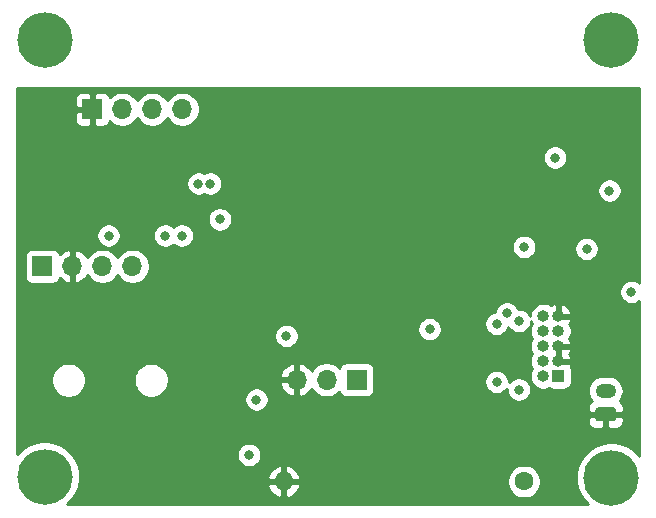
<source format=gbr>
%TF.GenerationSoftware,KiCad,Pcbnew,5.1.10-88a1d61d58~90~ubuntu20.04.1*%
%TF.CreationDate,2021-11-15T19:50:34+00:00*%
%TF.ProjectId,daughter_board,64617567-6874-4657-925f-626f6172642e,rev?*%
%TF.SameCoordinates,Original*%
%TF.FileFunction,Copper,L2,Inr*%
%TF.FilePolarity,Positive*%
%FSLAX46Y46*%
G04 Gerber Fmt 4.6, Leading zero omitted, Abs format (unit mm)*
G04 Created by KiCad (PCBNEW 5.1.10-88a1d61d58~90~ubuntu20.04.1) date 2021-11-15 19:50:34*
%MOMM*%
%LPD*%
G01*
G04 APERTURE LIST*
%TA.AperFunction,ComponentPad*%
%ADD10O,1.700000X1.700000*%
%TD*%
%TA.AperFunction,ComponentPad*%
%ADD11R,1.700000X1.700000*%
%TD*%
%TA.AperFunction,ComponentPad*%
%ADD12O,1.750000X1.200000*%
%TD*%
%TA.AperFunction,ComponentPad*%
%ADD13O,1.600000X1.600000*%
%TD*%
%TA.AperFunction,ComponentPad*%
%ADD14C,1.600000*%
%TD*%
%TA.AperFunction,ComponentPad*%
%ADD15C,4.700000*%
%TD*%
%TA.AperFunction,ComponentPad*%
%ADD16O,1.000000X1.000000*%
%TD*%
%TA.AperFunction,ComponentPad*%
%ADD17R,1.000000X1.000000*%
%TD*%
%TA.AperFunction,ViaPad*%
%ADD18C,0.800000*%
%TD*%
%TA.AperFunction,Conductor*%
%ADD19C,0.254000*%
%TD*%
%TA.AperFunction,Conductor*%
%ADD20C,0.150000*%
%TD*%
G04 APERTURE END LIST*
D10*
%TO.N,/SDA*%
%TO.C,AHT10*%
X113420000Y-113200000D03*
%TO.N,/SCL*%
X110880000Y-113200000D03*
%TO.N,GND*%
X108340000Y-113200000D03*
D11*
%TO.N,VDD*%
X105800000Y-113200000D03*
%TD*%
D12*
%TO.N,/VBAT*%
%TO.C,J5*%
X153490000Y-123730000D03*
%TO.N,GND*%
%TA.AperFunction,ComponentPad*%
G36*
G01*
X154115001Y-126330000D02*
X152864999Y-126330000D01*
G75*
G02*
X152615000Y-126080001I0J249999D01*
G01*
X152615000Y-125379999D01*
G75*
G02*
X152864999Y-125130000I249999J0D01*
G01*
X154115001Y-125130000D01*
G75*
G02*
X154365000Y-125379999I0J-249999D01*
G01*
X154365000Y-126080001D01*
G75*
G02*
X154115001Y-126330000I-249999J0D01*
G01*
G37*
%TD.AperFunction*%
%TD*%
D13*
%TO.N,GND*%
%TO.C,SW3*%
X126240000Y-131420000D03*
D14*
%TO.N,/DIO_23*%
X146560000Y-131420000D03*
%TD*%
D15*
%TO.N,N/C*%
%TO.C,H4*%
X153970000Y-131090000D03*
%TD*%
%TO.N,N/C*%
%TO.C,H3*%
X106000000Y-131000000D03*
%TD*%
%TO.N,N/C*%
%TO.C,H2*%
X153980000Y-94050000D03*
%TD*%
%TO.N,N/C*%
%TO.C,H1*%
X106000000Y-94070000D03*
%TD*%
D10*
%TO.N,GND*%
%TO.C,J4*%
X127320000Y-122800000D03*
%TO.N,/DIO_23*%
X129860000Y-122800000D03*
D11*
%TO.N,VDD*%
X132400000Y-122800000D03*
%TD*%
D16*
%TO.N,/XDS_RESET*%
%TO.C,J3*%
X148210000Y-117420000D03*
%TO.N,GND*%
X149480000Y-117420000D03*
%TO.N,/XDS_TDI*%
X148210000Y-118690000D03*
%TO.N,N/C*%
X149480000Y-118690000D03*
%TO.N,/XDS_TDO*%
X148210000Y-119960000D03*
%TO.N,GND*%
X149480000Y-119960000D03*
%TO.N,/XDS_TCK*%
X148210000Y-121230000D03*
%TO.N,GND*%
X149480000Y-121230000D03*
%TO.N,/XDS-TMS*%
X148210000Y-122500000D03*
D17*
%TO.N,VCC*%
X149480000Y-122500000D03*
%TD*%
D10*
%TO.N,VDD*%
%TO.C,J1*%
X117645000Y-99900000D03*
%TO.N,/UART_RXD*%
X115105000Y-99900000D03*
%TO.N,/UART_TXD*%
X112565000Y-99900000D03*
D11*
%TO.N,GND*%
X110025000Y-99900000D03*
%TD*%
D18*
%TO.N,GND*%
X142200000Y-129600000D03*
X115000000Y-118400000D03*
X124400000Y-121800000D03*
X106200000Y-106000000D03*
X112000000Y-102000000D03*
X110600000Y-123800000D03*
X114000000Y-106000000D03*
X117570000Y-119670000D03*
X120200000Y-125800000D03*
X125800000Y-127400000D03*
X133240000Y-131590000D03*
X139620000Y-131280000D03*
X149790000Y-131250000D03*
X146800000Y-126940000D03*
X140030000Y-126370000D03*
X141710000Y-122870000D03*
X135600000Y-122730000D03*
X154720000Y-116270000D03*
X152200000Y-120600000D03*
X147000000Y-113290000D03*
X149320000Y-113290000D03*
X119000000Y-104200000D03*
X117800000Y-114800000D03*
X107600000Y-110600000D03*
X152450000Y-100575000D03*
X127400000Y-100650000D03*
X106000000Y-100400000D03*
X135600000Y-101350000D03*
X129175000Y-111075000D03*
X136450000Y-111075000D03*
X144900000Y-103275000D03*
X152425000Y-103125000D03*
X132250000Y-105400000D03*
X139250000Y-104800000D03*
X139000000Y-108600000D03*
X128800000Y-107700000D03*
X126300000Y-103200000D03*
X120300000Y-99700000D03*
X147900000Y-100800000D03*
X139800000Y-100300000D03*
X135200000Y-126400000D03*
X129400000Y-126400000D03*
X111400000Y-131000000D03*
X113200000Y-127200000D03*
%TO.N,Net-(R2-Pad2)*%
X126450000Y-119100000D03*
%TO.N,/SPI_SCLK*%
X116200000Y-110600000D03*
%TO.N,/SPI_MOSI*%
X117600000Y-110600000D03*
%TO.N,/SPI_MISO*%
X120820000Y-109220000D03*
%TO.N,/FLASH_CS*%
X138575000Y-118525000D03*
%TO.N,/SDA*%
X120000000Y-106200000D03*
%TO.N,/SCL*%
X119000000Y-106200000D03*
%TO.N,VDD*%
X111400000Y-110600000D03*
X123912500Y-124487500D03*
X149200000Y-104000000D03*
X153800000Y-106800000D03*
X151870000Y-111730000D03*
%TO.N,Net-(R2-Pad1)*%
X155675000Y-115375000D03*
%TO.N,/DIO_23*%
X144260000Y-118070000D03*
X144260000Y-122990000D03*
%TO.N,/DIO_24*%
X145130000Y-117190000D03*
X123300000Y-129170000D03*
%TO.N,/VBAT*%
X146130000Y-123640000D03*
X146130000Y-117820000D03*
X146590000Y-111550000D03*
%TD*%
D19*
%TO.N,GND*%
X156340001Y-98126333D02*
X156340000Y-114576289D01*
X156334774Y-114571063D01*
X156165256Y-114457795D01*
X155976898Y-114379774D01*
X155776939Y-114340000D01*
X155573061Y-114340000D01*
X155373102Y-114379774D01*
X155184744Y-114457795D01*
X155015226Y-114571063D01*
X154871063Y-114715226D01*
X154757795Y-114884744D01*
X154679774Y-115073102D01*
X154640000Y-115273061D01*
X154640000Y-115476939D01*
X154679774Y-115676898D01*
X154757795Y-115865256D01*
X154871063Y-116034774D01*
X155015226Y-116178937D01*
X155184744Y-116292205D01*
X155373102Y-116370226D01*
X155573061Y-116410000D01*
X155776939Y-116410000D01*
X155976898Y-116370226D01*
X156165256Y-116292205D01*
X156334774Y-116178937D01*
X156340000Y-116173711D01*
X156340000Y-129264098D01*
X156288601Y-129187174D01*
X155872826Y-128771399D01*
X155383928Y-128444727D01*
X154840692Y-128219712D01*
X154263997Y-128105000D01*
X153676003Y-128105000D01*
X153099308Y-128219712D01*
X152556072Y-128444727D01*
X152067174Y-128771399D01*
X151651399Y-129187174D01*
X151324727Y-129676072D01*
X151099712Y-130219308D01*
X150985000Y-130796003D01*
X150985000Y-131383997D01*
X151099712Y-131960692D01*
X151324727Y-132503928D01*
X151651399Y-132992826D01*
X151998573Y-133340000D01*
X107870800Y-133340000D01*
X107902826Y-133318601D01*
X108318601Y-132902826D01*
X108645273Y-132413928D01*
X108870288Y-131870692D01*
X108890508Y-131769039D01*
X124848096Y-131769039D01*
X124888754Y-131903087D01*
X125008963Y-132157420D01*
X125176481Y-132383414D01*
X125384869Y-132572385D01*
X125626119Y-132717070D01*
X125890960Y-132811909D01*
X126113000Y-132690624D01*
X126113000Y-131547000D01*
X126367000Y-131547000D01*
X126367000Y-132690624D01*
X126589040Y-132811909D01*
X126853881Y-132717070D01*
X127095131Y-132572385D01*
X127303519Y-132383414D01*
X127471037Y-132157420D01*
X127591246Y-131903087D01*
X127631904Y-131769039D01*
X127509915Y-131547000D01*
X126367000Y-131547000D01*
X126113000Y-131547000D01*
X124970085Y-131547000D01*
X124848096Y-131769039D01*
X108890508Y-131769039D01*
X108985000Y-131293997D01*
X108985000Y-131070961D01*
X124848096Y-131070961D01*
X124970085Y-131293000D01*
X126113000Y-131293000D01*
X126113000Y-130149376D01*
X126367000Y-130149376D01*
X126367000Y-131293000D01*
X127509915Y-131293000D01*
X127517790Y-131278665D01*
X145125000Y-131278665D01*
X145125000Y-131561335D01*
X145180147Y-131838574D01*
X145288320Y-132099727D01*
X145445363Y-132334759D01*
X145645241Y-132534637D01*
X145880273Y-132691680D01*
X146141426Y-132799853D01*
X146418665Y-132855000D01*
X146701335Y-132855000D01*
X146978574Y-132799853D01*
X147239727Y-132691680D01*
X147474759Y-132534637D01*
X147674637Y-132334759D01*
X147831680Y-132099727D01*
X147939853Y-131838574D01*
X147995000Y-131561335D01*
X147995000Y-131278665D01*
X147939853Y-131001426D01*
X147831680Y-130740273D01*
X147674637Y-130505241D01*
X147474759Y-130305363D01*
X147239727Y-130148320D01*
X146978574Y-130040147D01*
X146701335Y-129985000D01*
X146418665Y-129985000D01*
X146141426Y-130040147D01*
X145880273Y-130148320D01*
X145645241Y-130305363D01*
X145445363Y-130505241D01*
X145288320Y-130740273D01*
X145180147Y-131001426D01*
X145125000Y-131278665D01*
X127517790Y-131278665D01*
X127631904Y-131070961D01*
X127591246Y-130936913D01*
X127471037Y-130682580D01*
X127303519Y-130456586D01*
X127095131Y-130267615D01*
X126853881Y-130122930D01*
X126589040Y-130028091D01*
X126367000Y-130149376D01*
X126113000Y-130149376D01*
X125890960Y-130028091D01*
X125626119Y-130122930D01*
X125384869Y-130267615D01*
X125176481Y-130456586D01*
X125008963Y-130682580D01*
X124888754Y-130936913D01*
X124848096Y-131070961D01*
X108985000Y-131070961D01*
X108985000Y-130706003D01*
X108870288Y-130129308D01*
X108645273Y-129586072D01*
X108318601Y-129097174D01*
X108289488Y-129068061D01*
X122265000Y-129068061D01*
X122265000Y-129271939D01*
X122304774Y-129471898D01*
X122382795Y-129660256D01*
X122496063Y-129829774D01*
X122640226Y-129973937D01*
X122809744Y-130087205D01*
X122998102Y-130165226D01*
X123198061Y-130205000D01*
X123401939Y-130205000D01*
X123601898Y-130165226D01*
X123790256Y-130087205D01*
X123959774Y-129973937D01*
X124103937Y-129829774D01*
X124217205Y-129660256D01*
X124295226Y-129471898D01*
X124335000Y-129271939D01*
X124335000Y-129068061D01*
X124295226Y-128868102D01*
X124217205Y-128679744D01*
X124103937Y-128510226D01*
X123959774Y-128366063D01*
X123790256Y-128252795D01*
X123601898Y-128174774D01*
X123401939Y-128135000D01*
X123198061Y-128135000D01*
X122998102Y-128174774D01*
X122809744Y-128252795D01*
X122640226Y-128366063D01*
X122496063Y-128510226D01*
X122382795Y-128679744D01*
X122304774Y-128868102D01*
X122265000Y-129068061D01*
X108289488Y-129068061D01*
X107902826Y-128681399D01*
X107413928Y-128354727D01*
X106870692Y-128129712D01*
X106293997Y-128015000D01*
X105706003Y-128015000D01*
X105129308Y-128129712D01*
X104586072Y-128354727D01*
X104097174Y-128681399D01*
X103681399Y-129097174D01*
X103660000Y-129129200D01*
X103660000Y-126330000D01*
X151976928Y-126330000D01*
X151989188Y-126454482D01*
X152025498Y-126574180D01*
X152084463Y-126684494D01*
X152163815Y-126781185D01*
X152260506Y-126860537D01*
X152370820Y-126919502D01*
X152490518Y-126955812D01*
X152615000Y-126968072D01*
X153204250Y-126965000D01*
X153363000Y-126806250D01*
X153363000Y-125857000D01*
X153617000Y-125857000D01*
X153617000Y-126806250D01*
X153775750Y-126965000D01*
X154365000Y-126968072D01*
X154489482Y-126955812D01*
X154609180Y-126919502D01*
X154719494Y-126860537D01*
X154816185Y-126781185D01*
X154895537Y-126684494D01*
X154954502Y-126574180D01*
X154990812Y-126454482D01*
X155003072Y-126330000D01*
X155000000Y-126015750D01*
X154841250Y-125857000D01*
X153617000Y-125857000D01*
X153363000Y-125857000D01*
X152138750Y-125857000D01*
X151980000Y-126015750D01*
X151976928Y-126330000D01*
X103660000Y-126330000D01*
X103660000Y-124385561D01*
X122877500Y-124385561D01*
X122877500Y-124589439D01*
X122917274Y-124789398D01*
X122995295Y-124977756D01*
X123108563Y-125147274D01*
X123252726Y-125291437D01*
X123422244Y-125404705D01*
X123610602Y-125482726D01*
X123810561Y-125522500D01*
X124014439Y-125522500D01*
X124214398Y-125482726D01*
X124402756Y-125404705D01*
X124572274Y-125291437D01*
X124716437Y-125147274D01*
X124829705Y-124977756D01*
X124907726Y-124789398D01*
X124947500Y-124589439D01*
X124947500Y-124385561D01*
X124907726Y-124185602D01*
X124829705Y-123997244D01*
X124716437Y-123827726D01*
X124572274Y-123683563D01*
X124402756Y-123570295D01*
X124214398Y-123492274D01*
X124014439Y-123452500D01*
X123810561Y-123452500D01*
X123610602Y-123492274D01*
X123422244Y-123570295D01*
X123252726Y-123683563D01*
X123108563Y-123827726D01*
X122995295Y-123997244D01*
X122917274Y-124185602D01*
X122877500Y-124385561D01*
X103660000Y-124385561D01*
X103660000Y-122693740D01*
X106515000Y-122693740D01*
X106515000Y-122986260D01*
X106572068Y-123273158D01*
X106684010Y-123543411D01*
X106846525Y-123786632D01*
X107053368Y-123993475D01*
X107296589Y-124155990D01*
X107566842Y-124267932D01*
X107853740Y-124325000D01*
X108146260Y-124325000D01*
X108433158Y-124267932D01*
X108703411Y-124155990D01*
X108946632Y-123993475D01*
X109153475Y-123786632D01*
X109315990Y-123543411D01*
X109427932Y-123273158D01*
X109485000Y-122986260D01*
X109485000Y-122693740D01*
X113515000Y-122693740D01*
X113515000Y-122986260D01*
X113572068Y-123273158D01*
X113684010Y-123543411D01*
X113846525Y-123786632D01*
X114053368Y-123993475D01*
X114296589Y-124155990D01*
X114566842Y-124267932D01*
X114853740Y-124325000D01*
X115146260Y-124325000D01*
X115433158Y-124267932D01*
X115703411Y-124155990D01*
X115946632Y-123993475D01*
X116153475Y-123786632D01*
X116315990Y-123543411D01*
X116427932Y-123273158D01*
X116451059Y-123156891D01*
X125878519Y-123156891D01*
X125975843Y-123431252D01*
X126124822Y-123681355D01*
X126319731Y-123897588D01*
X126553080Y-124071641D01*
X126815901Y-124196825D01*
X126963110Y-124241476D01*
X127193000Y-124120155D01*
X127193000Y-122927000D01*
X125999186Y-122927000D01*
X125878519Y-123156891D01*
X116451059Y-123156891D01*
X116485000Y-122986260D01*
X116485000Y-122693740D01*
X116435147Y-122443109D01*
X125878519Y-122443109D01*
X125999186Y-122673000D01*
X127193000Y-122673000D01*
X127193000Y-121479845D01*
X127447000Y-121479845D01*
X127447000Y-122673000D01*
X127467000Y-122673000D01*
X127467000Y-122927000D01*
X127447000Y-122927000D01*
X127447000Y-124120155D01*
X127676890Y-124241476D01*
X127824099Y-124196825D01*
X128086920Y-124071641D01*
X128320269Y-123897588D01*
X128515178Y-123681355D01*
X128584805Y-123564466D01*
X128706525Y-123746632D01*
X128913368Y-123953475D01*
X129156589Y-124115990D01*
X129426842Y-124227932D01*
X129713740Y-124285000D01*
X130006260Y-124285000D01*
X130293158Y-124227932D01*
X130563411Y-124115990D01*
X130806632Y-123953475D01*
X130938487Y-123821620D01*
X130960498Y-123894180D01*
X131019463Y-124004494D01*
X131098815Y-124101185D01*
X131195506Y-124180537D01*
X131305820Y-124239502D01*
X131425518Y-124275812D01*
X131550000Y-124288072D01*
X133250000Y-124288072D01*
X133374482Y-124275812D01*
X133494180Y-124239502D01*
X133604494Y-124180537D01*
X133701185Y-124101185D01*
X133780537Y-124004494D01*
X133839502Y-123894180D01*
X133875812Y-123774482D01*
X133888072Y-123650000D01*
X133888072Y-122888061D01*
X143225000Y-122888061D01*
X143225000Y-123091939D01*
X143264774Y-123291898D01*
X143342795Y-123480256D01*
X143456063Y-123649774D01*
X143600226Y-123793937D01*
X143769744Y-123907205D01*
X143958102Y-123985226D01*
X144158061Y-124025000D01*
X144361939Y-124025000D01*
X144561898Y-123985226D01*
X144750256Y-123907205D01*
X144919774Y-123793937D01*
X145063937Y-123649774D01*
X145095000Y-123603285D01*
X145095000Y-123741939D01*
X145134774Y-123941898D01*
X145212795Y-124130256D01*
X145326063Y-124299774D01*
X145470226Y-124443937D01*
X145639744Y-124557205D01*
X145828102Y-124635226D01*
X146028061Y-124675000D01*
X146231939Y-124675000D01*
X146431898Y-124635226D01*
X146620256Y-124557205D01*
X146789774Y-124443937D01*
X146933937Y-124299774D01*
X147047205Y-124130256D01*
X147125226Y-123941898D01*
X147165000Y-123741939D01*
X147165000Y-123730000D01*
X151974025Y-123730000D01*
X151997870Y-123972102D01*
X152068489Y-124204901D01*
X152183167Y-124419449D01*
X152309436Y-124573309D01*
X152260506Y-124599463D01*
X152163815Y-124678815D01*
X152084463Y-124775506D01*
X152025498Y-124885820D01*
X151989188Y-125005518D01*
X151976928Y-125130000D01*
X151980000Y-125444250D01*
X152138750Y-125603000D01*
X153363000Y-125603000D01*
X153363000Y-125583000D01*
X153617000Y-125583000D01*
X153617000Y-125603000D01*
X154841250Y-125603000D01*
X155000000Y-125444250D01*
X155003072Y-125130000D01*
X154990812Y-125005518D01*
X154954502Y-124885820D01*
X154895537Y-124775506D01*
X154816185Y-124678815D01*
X154719494Y-124599463D01*
X154670564Y-124573309D01*
X154796833Y-124419449D01*
X154911511Y-124204901D01*
X154982130Y-123972102D01*
X155005975Y-123730000D01*
X154982130Y-123487898D01*
X154911511Y-123255099D01*
X154796833Y-123040551D01*
X154642502Y-122852498D01*
X154454449Y-122698167D01*
X154239901Y-122583489D01*
X154007102Y-122512870D01*
X153825665Y-122495000D01*
X153154335Y-122495000D01*
X152972898Y-122512870D01*
X152740099Y-122583489D01*
X152525551Y-122698167D01*
X152337498Y-122852498D01*
X152183167Y-123040551D01*
X152068489Y-123255099D01*
X151997870Y-123487898D01*
X151974025Y-123730000D01*
X147165000Y-123730000D01*
X147165000Y-123538061D01*
X147125226Y-123338102D01*
X147047205Y-123149744D01*
X146933937Y-122980226D01*
X146789774Y-122836063D01*
X146620256Y-122722795D01*
X146431898Y-122644774D01*
X146231939Y-122605000D01*
X146028061Y-122605000D01*
X145828102Y-122644774D01*
X145639744Y-122722795D01*
X145470226Y-122836063D01*
X145326063Y-122980226D01*
X145295000Y-123026715D01*
X145295000Y-122888061D01*
X145255226Y-122688102D01*
X145177205Y-122499744D01*
X145063937Y-122330226D01*
X144919774Y-122186063D01*
X144750256Y-122072795D01*
X144561898Y-121994774D01*
X144361939Y-121955000D01*
X144158061Y-121955000D01*
X143958102Y-121994774D01*
X143769744Y-122072795D01*
X143600226Y-122186063D01*
X143456063Y-122330226D01*
X143342795Y-122499744D01*
X143264774Y-122688102D01*
X143225000Y-122888061D01*
X133888072Y-122888061D01*
X133888072Y-121950000D01*
X133875812Y-121825518D01*
X133839502Y-121705820D01*
X133780537Y-121595506D01*
X133701185Y-121498815D01*
X133604494Y-121419463D01*
X133494180Y-121360498D01*
X133374482Y-121324188D01*
X133250000Y-121311928D01*
X131550000Y-121311928D01*
X131425518Y-121324188D01*
X131305820Y-121360498D01*
X131195506Y-121419463D01*
X131098815Y-121498815D01*
X131019463Y-121595506D01*
X130960498Y-121705820D01*
X130938487Y-121778380D01*
X130806632Y-121646525D01*
X130563411Y-121484010D01*
X130293158Y-121372068D01*
X130006260Y-121315000D01*
X129713740Y-121315000D01*
X129426842Y-121372068D01*
X129156589Y-121484010D01*
X128913368Y-121646525D01*
X128706525Y-121853368D01*
X128584805Y-122035534D01*
X128515178Y-121918645D01*
X128320269Y-121702412D01*
X128086920Y-121528359D01*
X127824099Y-121403175D01*
X127676890Y-121358524D01*
X127447000Y-121479845D01*
X127193000Y-121479845D01*
X126963110Y-121358524D01*
X126815901Y-121403175D01*
X126553080Y-121528359D01*
X126319731Y-121702412D01*
X126124822Y-121918645D01*
X125975843Y-122168748D01*
X125878519Y-122443109D01*
X116435147Y-122443109D01*
X116427932Y-122406842D01*
X116315990Y-122136589D01*
X116153475Y-121893368D01*
X115946632Y-121686525D01*
X115703411Y-121524010D01*
X115433158Y-121412068D01*
X115146260Y-121355000D01*
X114853740Y-121355000D01*
X114566842Y-121412068D01*
X114296589Y-121524010D01*
X114053368Y-121686525D01*
X113846525Y-121893368D01*
X113684010Y-122136589D01*
X113572068Y-122406842D01*
X113515000Y-122693740D01*
X109485000Y-122693740D01*
X109427932Y-122406842D01*
X109315990Y-122136589D01*
X109153475Y-121893368D01*
X108946632Y-121686525D01*
X108703411Y-121524010D01*
X108433158Y-121412068D01*
X108146260Y-121355000D01*
X107853740Y-121355000D01*
X107566842Y-121412068D01*
X107296589Y-121524010D01*
X107053368Y-121686525D01*
X106846525Y-121893368D01*
X106684010Y-122136589D01*
X106572068Y-122406842D01*
X106515000Y-122693740D01*
X103660000Y-122693740D01*
X103660000Y-118998061D01*
X125415000Y-118998061D01*
X125415000Y-119201939D01*
X125454774Y-119401898D01*
X125532795Y-119590256D01*
X125646063Y-119759774D01*
X125790226Y-119903937D01*
X125959744Y-120017205D01*
X126148102Y-120095226D01*
X126348061Y-120135000D01*
X126551939Y-120135000D01*
X126751898Y-120095226D01*
X126940256Y-120017205D01*
X127109774Y-119903937D01*
X127253937Y-119759774D01*
X127367205Y-119590256D01*
X127445226Y-119401898D01*
X127485000Y-119201939D01*
X127485000Y-118998061D01*
X127445226Y-118798102D01*
X127367205Y-118609744D01*
X127253937Y-118440226D01*
X127236772Y-118423061D01*
X137540000Y-118423061D01*
X137540000Y-118626939D01*
X137579774Y-118826898D01*
X137657795Y-119015256D01*
X137771063Y-119184774D01*
X137915226Y-119328937D01*
X138084744Y-119442205D01*
X138273102Y-119520226D01*
X138473061Y-119560000D01*
X138676939Y-119560000D01*
X138876898Y-119520226D01*
X139065256Y-119442205D01*
X139234774Y-119328937D01*
X139378937Y-119184774D01*
X139492205Y-119015256D01*
X139570226Y-118826898D01*
X139610000Y-118626939D01*
X139610000Y-118423061D01*
X139570226Y-118223102D01*
X139492205Y-118034744D01*
X139447649Y-117968061D01*
X143225000Y-117968061D01*
X143225000Y-118171939D01*
X143264774Y-118371898D01*
X143342795Y-118560256D01*
X143456063Y-118729774D01*
X143600226Y-118873937D01*
X143769744Y-118987205D01*
X143958102Y-119065226D01*
X144158061Y-119105000D01*
X144361939Y-119105000D01*
X144561898Y-119065226D01*
X144750256Y-118987205D01*
X144919774Y-118873937D01*
X145063937Y-118729774D01*
X145177205Y-118560256D01*
X145254750Y-118373047D01*
X145326063Y-118479774D01*
X145470226Y-118623937D01*
X145639744Y-118737205D01*
X145828102Y-118815226D01*
X146028061Y-118855000D01*
X146231939Y-118855000D01*
X146431898Y-118815226D01*
X146620256Y-118737205D01*
X146789774Y-118623937D01*
X146933937Y-118479774D01*
X147047205Y-118310256D01*
X147125226Y-118121898D01*
X147165000Y-117921939D01*
X147165000Y-117863045D01*
X147204176Y-117957624D01*
X147269241Y-118055000D01*
X147204176Y-118152376D01*
X147118617Y-118358933D01*
X147075000Y-118578212D01*
X147075000Y-118801788D01*
X147118617Y-119021067D01*
X147204176Y-119227624D01*
X147269241Y-119325000D01*
X147204176Y-119422376D01*
X147118617Y-119628933D01*
X147075000Y-119848212D01*
X147075000Y-120071788D01*
X147118617Y-120291067D01*
X147204176Y-120497624D01*
X147269241Y-120595000D01*
X147204176Y-120692376D01*
X147118617Y-120898933D01*
X147075000Y-121118212D01*
X147075000Y-121341788D01*
X147118617Y-121561067D01*
X147204176Y-121767624D01*
X147269241Y-121865000D01*
X147204176Y-121962376D01*
X147118617Y-122168933D01*
X147075000Y-122388212D01*
X147075000Y-122611788D01*
X147118617Y-122831067D01*
X147204176Y-123037624D01*
X147328388Y-123223520D01*
X147486480Y-123381612D01*
X147672376Y-123505824D01*
X147878933Y-123591383D01*
X148098212Y-123635000D01*
X148321788Y-123635000D01*
X148541067Y-123591383D01*
X148652774Y-123545112D01*
X148735820Y-123589502D01*
X148855518Y-123625812D01*
X148980000Y-123638072D01*
X149980000Y-123638072D01*
X150104482Y-123625812D01*
X150224180Y-123589502D01*
X150334494Y-123530537D01*
X150431185Y-123451185D01*
X150510537Y-123354494D01*
X150569502Y-123244180D01*
X150605812Y-123124482D01*
X150618072Y-123000000D01*
X150618072Y-122000000D01*
X150605812Y-121875518D01*
X150569502Y-121755820D01*
X150521930Y-121666820D01*
X150557446Y-121586864D01*
X150574119Y-121531874D01*
X150447954Y-121357000D01*
X149607000Y-121357000D01*
X149607000Y-121361928D01*
X149353000Y-121361928D01*
X149353000Y-121357000D01*
X149341974Y-121357000D01*
X149345000Y-121341788D01*
X149345000Y-121118212D01*
X149341974Y-121103000D01*
X149353000Y-121103000D01*
X149353000Y-120087000D01*
X149607000Y-120087000D01*
X149607000Y-121103000D01*
X150447954Y-121103000D01*
X150574119Y-120928126D01*
X150557446Y-120873136D01*
X150467123Y-120669794D01*
X150414361Y-120595000D01*
X150467123Y-120520206D01*
X150557446Y-120316864D01*
X150574119Y-120261874D01*
X150447954Y-120087000D01*
X149607000Y-120087000D01*
X149353000Y-120087000D01*
X149341974Y-120087000D01*
X149345000Y-120071788D01*
X149345000Y-119848212D01*
X149341974Y-119833000D01*
X149353000Y-119833000D01*
X149353000Y-119821974D01*
X149368212Y-119825000D01*
X149591788Y-119825000D01*
X149607000Y-119821974D01*
X149607000Y-119833000D01*
X150447954Y-119833000D01*
X150574119Y-119658126D01*
X150557446Y-119603136D01*
X150467123Y-119399794D01*
X150417647Y-119329658D01*
X150485824Y-119227624D01*
X150571383Y-119021067D01*
X150615000Y-118801788D01*
X150615000Y-118578212D01*
X150571383Y-118358933D01*
X150485824Y-118152376D01*
X150417647Y-118050342D01*
X150467123Y-117980206D01*
X150557446Y-117776864D01*
X150574119Y-117721874D01*
X150447954Y-117547000D01*
X149607000Y-117547000D01*
X149607000Y-117558026D01*
X149591788Y-117555000D01*
X149368212Y-117555000D01*
X149353000Y-117558026D01*
X149353000Y-117547000D01*
X149341974Y-117547000D01*
X149345000Y-117531788D01*
X149345000Y-117308212D01*
X149341974Y-117293000D01*
X149353000Y-117293000D01*
X149353000Y-116450871D01*
X149607000Y-116450871D01*
X149607000Y-117293000D01*
X150447954Y-117293000D01*
X150574119Y-117118126D01*
X150557446Y-117063136D01*
X150467123Y-116859794D01*
X150338865Y-116677980D01*
X150177601Y-116524682D01*
X149989529Y-116405790D01*
X149781876Y-116325874D01*
X149607000Y-116450871D01*
X149353000Y-116450871D01*
X149178124Y-116325874D01*
X148970471Y-116405790D01*
X148849512Y-116482256D01*
X148747624Y-116414176D01*
X148541067Y-116328617D01*
X148321788Y-116285000D01*
X148098212Y-116285000D01*
X147878933Y-116328617D01*
X147672376Y-116414176D01*
X147486480Y-116538388D01*
X147328388Y-116696480D01*
X147204176Y-116882376D01*
X147118617Y-117088933D01*
X147075000Y-117308212D01*
X147075000Y-117396847D01*
X147047205Y-117329744D01*
X146933937Y-117160226D01*
X146789774Y-117016063D01*
X146620256Y-116902795D01*
X146431898Y-116824774D01*
X146231939Y-116785000D01*
X146082519Y-116785000D01*
X146047205Y-116699744D01*
X145933937Y-116530226D01*
X145789774Y-116386063D01*
X145620256Y-116272795D01*
X145431898Y-116194774D01*
X145231939Y-116155000D01*
X145028061Y-116155000D01*
X144828102Y-116194774D01*
X144639744Y-116272795D01*
X144470226Y-116386063D01*
X144326063Y-116530226D01*
X144212795Y-116699744D01*
X144134774Y-116888102D01*
X144103391Y-117045874D01*
X143958102Y-117074774D01*
X143769744Y-117152795D01*
X143600226Y-117266063D01*
X143456063Y-117410226D01*
X143342795Y-117579744D01*
X143264774Y-117768102D01*
X143225000Y-117968061D01*
X139447649Y-117968061D01*
X139378937Y-117865226D01*
X139234774Y-117721063D01*
X139065256Y-117607795D01*
X138876898Y-117529774D01*
X138676939Y-117490000D01*
X138473061Y-117490000D01*
X138273102Y-117529774D01*
X138084744Y-117607795D01*
X137915226Y-117721063D01*
X137771063Y-117865226D01*
X137657795Y-118034744D01*
X137579774Y-118223102D01*
X137540000Y-118423061D01*
X127236772Y-118423061D01*
X127109774Y-118296063D01*
X126940256Y-118182795D01*
X126751898Y-118104774D01*
X126551939Y-118065000D01*
X126348061Y-118065000D01*
X126148102Y-118104774D01*
X125959744Y-118182795D01*
X125790226Y-118296063D01*
X125646063Y-118440226D01*
X125532795Y-118609744D01*
X125454774Y-118798102D01*
X125415000Y-118998061D01*
X103660000Y-118998061D01*
X103660000Y-112350000D01*
X104311928Y-112350000D01*
X104311928Y-114050000D01*
X104324188Y-114174482D01*
X104360498Y-114294180D01*
X104419463Y-114404494D01*
X104498815Y-114501185D01*
X104595506Y-114580537D01*
X104705820Y-114639502D01*
X104825518Y-114675812D01*
X104950000Y-114688072D01*
X106650000Y-114688072D01*
X106774482Y-114675812D01*
X106894180Y-114639502D01*
X107004494Y-114580537D01*
X107101185Y-114501185D01*
X107180537Y-114404494D01*
X107239502Y-114294180D01*
X107263966Y-114213534D01*
X107339731Y-114297588D01*
X107573080Y-114471641D01*
X107835901Y-114596825D01*
X107983110Y-114641476D01*
X108213000Y-114520155D01*
X108213000Y-113327000D01*
X108193000Y-113327000D01*
X108193000Y-113073000D01*
X108213000Y-113073000D01*
X108213000Y-111879845D01*
X108467000Y-111879845D01*
X108467000Y-113073000D01*
X108487000Y-113073000D01*
X108487000Y-113327000D01*
X108467000Y-113327000D01*
X108467000Y-114520155D01*
X108696890Y-114641476D01*
X108844099Y-114596825D01*
X109106920Y-114471641D01*
X109340269Y-114297588D01*
X109535178Y-114081355D01*
X109604805Y-113964466D01*
X109726525Y-114146632D01*
X109933368Y-114353475D01*
X110176589Y-114515990D01*
X110446842Y-114627932D01*
X110733740Y-114685000D01*
X111026260Y-114685000D01*
X111313158Y-114627932D01*
X111583411Y-114515990D01*
X111826632Y-114353475D01*
X112033475Y-114146632D01*
X112150000Y-113972240D01*
X112266525Y-114146632D01*
X112473368Y-114353475D01*
X112716589Y-114515990D01*
X112986842Y-114627932D01*
X113273740Y-114685000D01*
X113566260Y-114685000D01*
X113853158Y-114627932D01*
X114123411Y-114515990D01*
X114366632Y-114353475D01*
X114573475Y-114146632D01*
X114735990Y-113903411D01*
X114847932Y-113633158D01*
X114905000Y-113346260D01*
X114905000Y-113053740D01*
X114847932Y-112766842D01*
X114735990Y-112496589D01*
X114573475Y-112253368D01*
X114366632Y-112046525D01*
X114123411Y-111884010D01*
X113853158Y-111772068D01*
X113566260Y-111715000D01*
X113273740Y-111715000D01*
X112986842Y-111772068D01*
X112716589Y-111884010D01*
X112473368Y-112046525D01*
X112266525Y-112253368D01*
X112150000Y-112427760D01*
X112033475Y-112253368D01*
X111826632Y-112046525D01*
X111583411Y-111884010D01*
X111313158Y-111772068D01*
X111026260Y-111715000D01*
X110733740Y-111715000D01*
X110446842Y-111772068D01*
X110176589Y-111884010D01*
X109933368Y-112046525D01*
X109726525Y-112253368D01*
X109604805Y-112435534D01*
X109535178Y-112318645D01*
X109340269Y-112102412D01*
X109106920Y-111928359D01*
X108844099Y-111803175D01*
X108696890Y-111758524D01*
X108467000Y-111879845D01*
X108213000Y-111879845D01*
X107983110Y-111758524D01*
X107835901Y-111803175D01*
X107573080Y-111928359D01*
X107339731Y-112102412D01*
X107263966Y-112186466D01*
X107239502Y-112105820D01*
X107180537Y-111995506D01*
X107101185Y-111898815D01*
X107004494Y-111819463D01*
X106894180Y-111760498D01*
X106774482Y-111724188D01*
X106650000Y-111711928D01*
X104950000Y-111711928D01*
X104825518Y-111724188D01*
X104705820Y-111760498D01*
X104595506Y-111819463D01*
X104498815Y-111898815D01*
X104419463Y-111995506D01*
X104360498Y-112105820D01*
X104324188Y-112225518D01*
X104311928Y-112350000D01*
X103660000Y-112350000D01*
X103660000Y-110498061D01*
X110365000Y-110498061D01*
X110365000Y-110701939D01*
X110404774Y-110901898D01*
X110482795Y-111090256D01*
X110596063Y-111259774D01*
X110740226Y-111403937D01*
X110909744Y-111517205D01*
X111098102Y-111595226D01*
X111298061Y-111635000D01*
X111501939Y-111635000D01*
X111701898Y-111595226D01*
X111890256Y-111517205D01*
X112059774Y-111403937D01*
X112203937Y-111259774D01*
X112317205Y-111090256D01*
X112395226Y-110901898D01*
X112435000Y-110701939D01*
X112435000Y-110498061D01*
X115165000Y-110498061D01*
X115165000Y-110701939D01*
X115204774Y-110901898D01*
X115282795Y-111090256D01*
X115396063Y-111259774D01*
X115540226Y-111403937D01*
X115709744Y-111517205D01*
X115898102Y-111595226D01*
X116098061Y-111635000D01*
X116301939Y-111635000D01*
X116501898Y-111595226D01*
X116690256Y-111517205D01*
X116859774Y-111403937D01*
X116900000Y-111363711D01*
X116940226Y-111403937D01*
X117109744Y-111517205D01*
X117298102Y-111595226D01*
X117498061Y-111635000D01*
X117701939Y-111635000D01*
X117901898Y-111595226D01*
X118090256Y-111517205D01*
X118193737Y-111448061D01*
X145555000Y-111448061D01*
X145555000Y-111651939D01*
X145594774Y-111851898D01*
X145672795Y-112040256D01*
X145786063Y-112209774D01*
X145930226Y-112353937D01*
X146099744Y-112467205D01*
X146288102Y-112545226D01*
X146488061Y-112585000D01*
X146691939Y-112585000D01*
X146891898Y-112545226D01*
X147080256Y-112467205D01*
X147249774Y-112353937D01*
X147393937Y-112209774D01*
X147507205Y-112040256D01*
X147585226Y-111851898D01*
X147625000Y-111651939D01*
X147625000Y-111628061D01*
X150835000Y-111628061D01*
X150835000Y-111831939D01*
X150874774Y-112031898D01*
X150952795Y-112220256D01*
X151066063Y-112389774D01*
X151210226Y-112533937D01*
X151379744Y-112647205D01*
X151568102Y-112725226D01*
X151768061Y-112765000D01*
X151971939Y-112765000D01*
X152171898Y-112725226D01*
X152360256Y-112647205D01*
X152529774Y-112533937D01*
X152673937Y-112389774D01*
X152787205Y-112220256D01*
X152865226Y-112031898D01*
X152905000Y-111831939D01*
X152905000Y-111628061D01*
X152865226Y-111428102D01*
X152787205Y-111239744D01*
X152673937Y-111070226D01*
X152529774Y-110926063D01*
X152360256Y-110812795D01*
X152171898Y-110734774D01*
X151971939Y-110695000D01*
X151768061Y-110695000D01*
X151568102Y-110734774D01*
X151379744Y-110812795D01*
X151210226Y-110926063D01*
X151066063Y-111070226D01*
X150952795Y-111239744D01*
X150874774Y-111428102D01*
X150835000Y-111628061D01*
X147625000Y-111628061D01*
X147625000Y-111448061D01*
X147585226Y-111248102D01*
X147507205Y-111059744D01*
X147393937Y-110890226D01*
X147249774Y-110746063D01*
X147080256Y-110632795D01*
X146891898Y-110554774D01*
X146691939Y-110515000D01*
X146488061Y-110515000D01*
X146288102Y-110554774D01*
X146099744Y-110632795D01*
X145930226Y-110746063D01*
X145786063Y-110890226D01*
X145672795Y-111059744D01*
X145594774Y-111248102D01*
X145555000Y-111448061D01*
X118193737Y-111448061D01*
X118259774Y-111403937D01*
X118403937Y-111259774D01*
X118517205Y-111090256D01*
X118595226Y-110901898D01*
X118635000Y-110701939D01*
X118635000Y-110498061D01*
X118595226Y-110298102D01*
X118517205Y-110109744D01*
X118403937Y-109940226D01*
X118259774Y-109796063D01*
X118090256Y-109682795D01*
X117901898Y-109604774D01*
X117701939Y-109565000D01*
X117498061Y-109565000D01*
X117298102Y-109604774D01*
X117109744Y-109682795D01*
X116940226Y-109796063D01*
X116900000Y-109836289D01*
X116859774Y-109796063D01*
X116690256Y-109682795D01*
X116501898Y-109604774D01*
X116301939Y-109565000D01*
X116098061Y-109565000D01*
X115898102Y-109604774D01*
X115709744Y-109682795D01*
X115540226Y-109796063D01*
X115396063Y-109940226D01*
X115282795Y-110109744D01*
X115204774Y-110298102D01*
X115165000Y-110498061D01*
X112435000Y-110498061D01*
X112395226Y-110298102D01*
X112317205Y-110109744D01*
X112203937Y-109940226D01*
X112059774Y-109796063D01*
X111890256Y-109682795D01*
X111701898Y-109604774D01*
X111501939Y-109565000D01*
X111298061Y-109565000D01*
X111098102Y-109604774D01*
X110909744Y-109682795D01*
X110740226Y-109796063D01*
X110596063Y-109940226D01*
X110482795Y-110109744D01*
X110404774Y-110298102D01*
X110365000Y-110498061D01*
X103660000Y-110498061D01*
X103660000Y-109118061D01*
X119785000Y-109118061D01*
X119785000Y-109321939D01*
X119824774Y-109521898D01*
X119902795Y-109710256D01*
X120016063Y-109879774D01*
X120160226Y-110023937D01*
X120329744Y-110137205D01*
X120518102Y-110215226D01*
X120718061Y-110255000D01*
X120921939Y-110255000D01*
X121121898Y-110215226D01*
X121310256Y-110137205D01*
X121479774Y-110023937D01*
X121623937Y-109879774D01*
X121737205Y-109710256D01*
X121815226Y-109521898D01*
X121855000Y-109321939D01*
X121855000Y-109118061D01*
X121815226Y-108918102D01*
X121737205Y-108729744D01*
X121623937Y-108560226D01*
X121479774Y-108416063D01*
X121310256Y-108302795D01*
X121121898Y-108224774D01*
X120921939Y-108185000D01*
X120718061Y-108185000D01*
X120518102Y-108224774D01*
X120329744Y-108302795D01*
X120160226Y-108416063D01*
X120016063Y-108560226D01*
X119902795Y-108729744D01*
X119824774Y-108918102D01*
X119785000Y-109118061D01*
X103660000Y-109118061D01*
X103660000Y-106098061D01*
X117965000Y-106098061D01*
X117965000Y-106301939D01*
X118004774Y-106501898D01*
X118082795Y-106690256D01*
X118196063Y-106859774D01*
X118340226Y-107003937D01*
X118509744Y-107117205D01*
X118698102Y-107195226D01*
X118898061Y-107235000D01*
X119101939Y-107235000D01*
X119301898Y-107195226D01*
X119490256Y-107117205D01*
X119500000Y-107110694D01*
X119509744Y-107117205D01*
X119698102Y-107195226D01*
X119898061Y-107235000D01*
X120101939Y-107235000D01*
X120301898Y-107195226D01*
X120490256Y-107117205D01*
X120659774Y-107003937D01*
X120803937Y-106859774D01*
X120911989Y-106698061D01*
X152765000Y-106698061D01*
X152765000Y-106901939D01*
X152804774Y-107101898D01*
X152882795Y-107290256D01*
X152996063Y-107459774D01*
X153140226Y-107603937D01*
X153309744Y-107717205D01*
X153498102Y-107795226D01*
X153698061Y-107835000D01*
X153901939Y-107835000D01*
X154101898Y-107795226D01*
X154290256Y-107717205D01*
X154459774Y-107603937D01*
X154603937Y-107459774D01*
X154717205Y-107290256D01*
X154795226Y-107101898D01*
X154835000Y-106901939D01*
X154835000Y-106698061D01*
X154795226Y-106498102D01*
X154717205Y-106309744D01*
X154603937Y-106140226D01*
X154459774Y-105996063D01*
X154290256Y-105882795D01*
X154101898Y-105804774D01*
X153901939Y-105765000D01*
X153698061Y-105765000D01*
X153498102Y-105804774D01*
X153309744Y-105882795D01*
X153140226Y-105996063D01*
X152996063Y-106140226D01*
X152882795Y-106309744D01*
X152804774Y-106498102D01*
X152765000Y-106698061D01*
X120911989Y-106698061D01*
X120917205Y-106690256D01*
X120995226Y-106501898D01*
X121035000Y-106301939D01*
X121035000Y-106098061D01*
X120995226Y-105898102D01*
X120917205Y-105709744D01*
X120803937Y-105540226D01*
X120659774Y-105396063D01*
X120490256Y-105282795D01*
X120301898Y-105204774D01*
X120101939Y-105165000D01*
X119898061Y-105165000D01*
X119698102Y-105204774D01*
X119509744Y-105282795D01*
X119500000Y-105289306D01*
X119490256Y-105282795D01*
X119301898Y-105204774D01*
X119101939Y-105165000D01*
X118898061Y-105165000D01*
X118698102Y-105204774D01*
X118509744Y-105282795D01*
X118340226Y-105396063D01*
X118196063Y-105540226D01*
X118082795Y-105709744D01*
X118004774Y-105898102D01*
X117965000Y-106098061D01*
X103660000Y-106098061D01*
X103660000Y-103898061D01*
X148165000Y-103898061D01*
X148165000Y-104101939D01*
X148204774Y-104301898D01*
X148282795Y-104490256D01*
X148396063Y-104659774D01*
X148540226Y-104803937D01*
X148709744Y-104917205D01*
X148898102Y-104995226D01*
X149098061Y-105035000D01*
X149301939Y-105035000D01*
X149501898Y-104995226D01*
X149690256Y-104917205D01*
X149859774Y-104803937D01*
X150003937Y-104659774D01*
X150117205Y-104490256D01*
X150195226Y-104301898D01*
X150235000Y-104101939D01*
X150235000Y-103898061D01*
X150195226Y-103698102D01*
X150117205Y-103509744D01*
X150003937Y-103340226D01*
X149859774Y-103196063D01*
X149690256Y-103082795D01*
X149501898Y-103004774D01*
X149301939Y-102965000D01*
X149098061Y-102965000D01*
X148898102Y-103004774D01*
X148709744Y-103082795D01*
X148540226Y-103196063D01*
X148396063Y-103340226D01*
X148282795Y-103509744D01*
X148204774Y-103698102D01*
X148165000Y-103898061D01*
X103660000Y-103898061D01*
X103660000Y-100750000D01*
X108536928Y-100750000D01*
X108549188Y-100874482D01*
X108585498Y-100994180D01*
X108644463Y-101104494D01*
X108723815Y-101201185D01*
X108820506Y-101280537D01*
X108930820Y-101339502D01*
X109050518Y-101375812D01*
X109175000Y-101388072D01*
X109739250Y-101385000D01*
X109898000Y-101226250D01*
X109898000Y-100027000D01*
X108698750Y-100027000D01*
X108540000Y-100185750D01*
X108536928Y-100750000D01*
X103660000Y-100750000D01*
X103660000Y-99050000D01*
X108536928Y-99050000D01*
X108540000Y-99614250D01*
X108698750Y-99773000D01*
X109898000Y-99773000D01*
X109898000Y-98573750D01*
X110152000Y-98573750D01*
X110152000Y-99773000D01*
X110172000Y-99773000D01*
X110172000Y-100027000D01*
X110152000Y-100027000D01*
X110152000Y-101226250D01*
X110310750Y-101385000D01*
X110875000Y-101388072D01*
X110999482Y-101375812D01*
X111119180Y-101339502D01*
X111229494Y-101280537D01*
X111326185Y-101201185D01*
X111405537Y-101104494D01*
X111464502Y-100994180D01*
X111486513Y-100921620D01*
X111618368Y-101053475D01*
X111861589Y-101215990D01*
X112131842Y-101327932D01*
X112418740Y-101385000D01*
X112711260Y-101385000D01*
X112998158Y-101327932D01*
X113268411Y-101215990D01*
X113511632Y-101053475D01*
X113718475Y-100846632D01*
X113835000Y-100672240D01*
X113951525Y-100846632D01*
X114158368Y-101053475D01*
X114401589Y-101215990D01*
X114671842Y-101327932D01*
X114958740Y-101385000D01*
X115251260Y-101385000D01*
X115538158Y-101327932D01*
X115808411Y-101215990D01*
X116051632Y-101053475D01*
X116258475Y-100846632D01*
X116375000Y-100672240D01*
X116491525Y-100846632D01*
X116698368Y-101053475D01*
X116941589Y-101215990D01*
X117211842Y-101327932D01*
X117498740Y-101385000D01*
X117791260Y-101385000D01*
X118078158Y-101327932D01*
X118348411Y-101215990D01*
X118591632Y-101053475D01*
X118798475Y-100846632D01*
X118960990Y-100603411D01*
X119072932Y-100333158D01*
X119130000Y-100046260D01*
X119130000Y-99753740D01*
X119072932Y-99466842D01*
X118960990Y-99196589D01*
X118798475Y-98953368D01*
X118591632Y-98746525D01*
X118348411Y-98584010D01*
X118078158Y-98472068D01*
X117791260Y-98415000D01*
X117498740Y-98415000D01*
X117211842Y-98472068D01*
X116941589Y-98584010D01*
X116698368Y-98746525D01*
X116491525Y-98953368D01*
X116375000Y-99127760D01*
X116258475Y-98953368D01*
X116051632Y-98746525D01*
X115808411Y-98584010D01*
X115538158Y-98472068D01*
X115251260Y-98415000D01*
X114958740Y-98415000D01*
X114671842Y-98472068D01*
X114401589Y-98584010D01*
X114158368Y-98746525D01*
X113951525Y-98953368D01*
X113835000Y-99127760D01*
X113718475Y-98953368D01*
X113511632Y-98746525D01*
X113268411Y-98584010D01*
X112998158Y-98472068D01*
X112711260Y-98415000D01*
X112418740Y-98415000D01*
X112131842Y-98472068D01*
X111861589Y-98584010D01*
X111618368Y-98746525D01*
X111486513Y-98878380D01*
X111464502Y-98805820D01*
X111405537Y-98695506D01*
X111326185Y-98598815D01*
X111229494Y-98519463D01*
X111119180Y-98460498D01*
X110999482Y-98424188D01*
X110875000Y-98411928D01*
X110310750Y-98415000D01*
X110152000Y-98573750D01*
X109898000Y-98573750D01*
X109739250Y-98415000D01*
X109175000Y-98411928D01*
X109050518Y-98424188D01*
X108930820Y-98460498D01*
X108820506Y-98519463D01*
X108723815Y-98598815D01*
X108644463Y-98695506D01*
X108585498Y-98805820D01*
X108549188Y-98925518D01*
X108536928Y-99050000D01*
X103660000Y-99050000D01*
X103660000Y-98127000D01*
X107524961Y-98127000D01*
X107549737Y-98124560D01*
X107573562Y-98117333D01*
X107595518Y-98105597D01*
X107614764Y-98089803D01*
X107625187Y-98077101D01*
X156340001Y-98126333D01*
%TA.AperFunction,Conductor*%
D20*
G36*
X156340001Y-98126333D02*
G01*
X156340000Y-114576289D01*
X156334774Y-114571063D01*
X156165256Y-114457795D01*
X155976898Y-114379774D01*
X155776939Y-114340000D01*
X155573061Y-114340000D01*
X155373102Y-114379774D01*
X155184744Y-114457795D01*
X155015226Y-114571063D01*
X154871063Y-114715226D01*
X154757795Y-114884744D01*
X154679774Y-115073102D01*
X154640000Y-115273061D01*
X154640000Y-115476939D01*
X154679774Y-115676898D01*
X154757795Y-115865256D01*
X154871063Y-116034774D01*
X155015226Y-116178937D01*
X155184744Y-116292205D01*
X155373102Y-116370226D01*
X155573061Y-116410000D01*
X155776939Y-116410000D01*
X155976898Y-116370226D01*
X156165256Y-116292205D01*
X156334774Y-116178937D01*
X156340000Y-116173711D01*
X156340000Y-129264098D01*
X156288601Y-129187174D01*
X155872826Y-128771399D01*
X155383928Y-128444727D01*
X154840692Y-128219712D01*
X154263997Y-128105000D01*
X153676003Y-128105000D01*
X153099308Y-128219712D01*
X152556072Y-128444727D01*
X152067174Y-128771399D01*
X151651399Y-129187174D01*
X151324727Y-129676072D01*
X151099712Y-130219308D01*
X150985000Y-130796003D01*
X150985000Y-131383997D01*
X151099712Y-131960692D01*
X151324727Y-132503928D01*
X151651399Y-132992826D01*
X151998573Y-133340000D01*
X107870800Y-133340000D01*
X107902826Y-133318601D01*
X108318601Y-132902826D01*
X108645273Y-132413928D01*
X108870288Y-131870692D01*
X108890508Y-131769039D01*
X124848096Y-131769039D01*
X124888754Y-131903087D01*
X125008963Y-132157420D01*
X125176481Y-132383414D01*
X125384869Y-132572385D01*
X125626119Y-132717070D01*
X125890960Y-132811909D01*
X126113000Y-132690624D01*
X126113000Y-131547000D01*
X126367000Y-131547000D01*
X126367000Y-132690624D01*
X126589040Y-132811909D01*
X126853881Y-132717070D01*
X127095131Y-132572385D01*
X127303519Y-132383414D01*
X127471037Y-132157420D01*
X127591246Y-131903087D01*
X127631904Y-131769039D01*
X127509915Y-131547000D01*
X126367000Y-131547000D01*
X126113000Y-131547000D01*
X124970085Y-131547000D01*
X124848096Y-131769039D01*
X108890508Y-131769039D01*
X108985000Y-131293997D01*
X108985000Y-131070961D01*
X124848096Y-131070961D01*
X124970085Y-131293000D01*
X126113000Y-131293000D01*
X126113000Y-130149376D01*
X126367000Y-130149376D01*
X126367000Y-131293000D01*
X127509915Y-131293000D01*
X127517790Y-131278665D01*
X145125000Y-131278665D01*
X145125000Y-131561335D01*
X145180147Y-131838574D01*
X145288320Y-132099727D01*
X145445363Y-132334759D01*
X145645241Y-132534637D01*
X145880273Y-132691680D01*
X146141426Y-132799853D01*
X146418665Y-132855000D01*
X146701335Y-132855000D01*
X146978574Y-132799853D01*
X147239727Y-132691680D01*
X147474759Y-132534637D01*
X147674637Y-132334759D01*
X147831680Y-132099727D01*
X147939853Y-131838574D01*
X147995000Y-131561335D01*
X147995000Y-131278665D01*
X147939853Y-131001426D01*
X147831680Y-130740273D01*
X147674637Y-130505241D01*
X147474759Y-130305363D01*
X147239727Y-130148320D01*
X146978574Y-130040147D01*
X146701335Y-129985000D01*
X146418665Y-129985000D01*
X146141426Y-130040147D01*
X145880273Y-130148320D01*
X145645241Y-130305363D01*
X145445363Y-130505241D01*
X145288320Y-130740273D01*
X145180147Y-131001426D01*
X145125000Y-131278665D01*
X127517790Y-131278665D01*
X127631904Y-131070961D01*
X127591246Y-130936913D01*
X127471037Y-130682580D01*
X127303519Y-130456586D01*
X127095131Y-130267615D01*
X126853881Y-130122930D01*
X126589040Y-130028091D01*
X126367000Y-130149376D01*
X126113000Y-130149376D01*
X125890960Y-130028091D01*
X125626119Y-130122930D01*
X125384869Y-130267615D01*
X125176481Y-130456586D01*
X125008963Y-130682580D01*
X124888754Y-130936913D01*
X124848096Y-131070961D01*
X108985000Y-131070961D01*
X108985000Y-130706003D01*
X108870288Y-130129308D01*
X108645273Y-129586072D01*
X108318601Y-129097174D01*
X108289488Y-129068061D01*
X122265000Y-129068061D01*
X122265000Y-129271939D01*
X122304774Y-129471898D01*
X122382795Y-129660256D01*
X122496063Y-129829774D01*
X122640226Y-129973937D01*
X122809744Y-130087205D01*
X122998102Y-130165226D01*
X123198061Y-130205000D01*
X123401939Y-130205000D01*
X123601898Y-130165226D01*
X123790256Y-130087205D01*
X123959774Y-129973937D01*
X124103937Y-129829774D01*
X124217205Y-129660256D01*
X124295226Y-129471898D01*
X124335000Y-129271939D01*
X124335000Y-129068061D01*
X124295226Y-128868102D01*
X124217205Y-128679744D01*
X124103937Y-128510226D01*
X123959774Y-128366063D01*
X123790256Y-128252795D01*
X123601898Y-128174774D01*
X123401939Y-128135000D01*
X123198061Y-128135000D01*
X122998102Y-128174774D01*
X122809744Y-128252795D01*
X122640226Y-128366063D01*
X122496063Y-128510226D01*
X122382795Y-128679744D01*
X122304774Y-128868102D01*
X122265000Y-129068061D01*
X108289488Y-129068061D01*
X107902826Y-128681399D01*
X107413928Y-128354727D01*
X106870692Y-128129712D01*
X106293997Y-128015000D01*
X105706003Y-128015000D01*
X105129308Y-128129712D01*
X104586072Y-128354727D01*
X104097174Y-128681399D01*
X103681399Y-129097174D01*
X103660000Y-129129200D01*
X103660000Y-126330000D01*
X151976928Y-126330000D01*
X151989188Y-126454482D01*
X152025498Y-126574180D01*
X152084463Y-126684494D01*
X152163815Y-126781185D01*
X152260506Y-126860537D01*
X152370820Y-126919502D01*
X152490518Y-126955812D01*
X152615000Y-126968072D01*
X153204250Y-126965000D01*
X153363000Y-126806250D01*
X153363000Y-125857000D01*
X153617000Y-125857000D01*
X153617000Y-126806250D01*
X153775750Y-126965000D01*
X154365000Y-126968072D01*
X154489482Y-126955812D01*
X154609180Y-126919502D01*
X154719494Y-126860537D01*
X154816185Y-126781185D01*
X154895537Y-126684494D01*
X154954502Y-126574180D01*
X154990812Y-126454482D01*
X155003072Y-126330000D01*
X155000000Y-126015750D01*
X154841250Y-125857000D01*
X153617000Y-125857000D01*
X153363000Y-125857000D01*
X152138750Y-125857000D01*
X151980000Y-126015750D01*
X151976928Y-126330000D01*
X103660000Y-126330000D01*
X103660000Y-124385561D01*
X122877500Y-124385561D01*
X122877500Y-124589439D01*
X122917274Y-124789398D01*
X122995295Y-124977756D01*
X123108563Y-125147274D01*
X123252726Y-125291437D01*
X123422244Y-125404705D01*
X123610602Y-125482726D01*
X123810561Y-125522500D01*
X124014439Y-125522500D01*
X124214398Y-125482726D01*
X124402756Y-125404705D01*
X124572274Y-125291437D01*
X124716437Y-125147274D01*
X124829705Y-124977756D01*
X124907726Y-124789398D01*
X124947500Y-124589439D01*
X124947500Y-124385561D01*
X124907726Y-124185602D01*
X124829705Y-123997244D01*
X124716437Y-123827726D01*
X124572274Y-123683563D01*
X124402756Y-123570295D01*
X124214398Y-123492274D01*
X124014439Y-123452500D01*
X123810561Y-123452500D01*
X123610602Y-123492274D01*
X123422244Y-123570295D01*
X123252726Y-123683563D01*
X123108563Y-123827726D01*
X122995295Y-123997244D01*
X122917274Y-124185602D01*
X122877500Y-124385561D01*
X103660000Y-124385561D01*
X103660000Y-122693740D01*
X106515000Y-122693740D01*
X106515000Y-122986260D01*
X106572068Y-123273158D01*
X106684010Y-123543411D01*
X106846525Y-123786632D01*
X107053368Y-123993475D01*
X107296589Y-124155990D01*
X107566842Y-124267932D01*
X107853740Y-124325000D01*
X108146260Y-124325000D01*
X108433158Y-124267932D01*
X108703411Y-124155990D01*
X108946632Y-123993475D01*
X109153475Y-123786632D01*
X109315990Y-123543411D01*
X109427932Y-123273158D01*
X109485000Y-122986260D01*
X109485000Y-122693740D01*
X113515000Y-122693740D01*
X113515000Y-122986260D01*
X113572068Y-123273158D01*
X113684010Y-123543411D01*
X113846525Y-123786632D01*
X114053368Y-123993475D01*
X114296589Y-124155990D01*
X114566842Y-124267932D01*
X114853740Y-124325000D01*
X115146260Y-124325000D01*
X115433158Y-124267932D01*
X115703411Y-124155990D01*
X115946632Y-123993475D01*
X116153475Y-123786632D01*
X116315990Y-123543411D01*
X116427932Y-123273158D01*
X116451059Y-123156891D01*
X125878519Y-123156891D01*
X125975843Y-123431252D01*
X126124822Y-123681355D01*
X126319731Y-123897588D01*
X126553080Y-124071641D01*
X126815901Y-124196825D01*
X126963110Y-124241476D01*
X127193000Y-124120155D01*
X127193000Y-122927000D01*
X125999186Y-122927000D01*
X125878519Y-123156891D01*
X116451059Y-123156891D01*
X116485000Y-122986260D01*
X116485000Y-122693740D01*
X116435147Y-122443109D01*
X125878519Y-122443109D01*
X125999186Y-122673000D01*
X127193000Y-122673000D01*
X127193000Y-121479845D01*
X127447000Y-121479845D01*
X127447000Y-122673000D01*
X127467000Y-122673000D01*
X127467000Y-122927000D01*
X127447000Y-122927000D01*
X127447000Y-124120155D01*
X127676890Y-124241476D01*
X127824099Y-124196825D01*
X128086920Y-124071641D01*
X128320269Y-123897588D01*
X128515178Y-123681355D01*
X128584805Y-123564466D01*
X128706525Y-123746632D01*
X128913368Y-123953475D01*
X129156589Y-124115990D01*
X129426842Y-124227932D01*
X129713740Y-124285000D01*
X130006260Y-124285000D01*
X130293158Y-124227932D01*
X130563411Y-124115990D01*
X130806632Y-123953475D01*
X130938487Y-123821620D01*
X130960498Y-123894180D01*
X131019463Y-124004494D01*
X131098815Y-124101185D01*
X131195506Y-124180537D01*
X131305820Y-124239502D01*
X131425518Y-124275812D01*
X131550000Y-124288072D01*
X133250000Y-124288072D01*
X133374482Y-124275812D01*
X133494180Y-124239502D01*
X133604494Y-124180537D01*
X133701185Y-124101185D01*
X133780537Y-124004494D01*
X133839502Y-123894180D01*
X133875812Y-123774482D01*
X133888072Y-123650000D01*
X133888072Y-122888061D01*
X143225000Y-122888061D01*
X143225000Y-123091939D01*
X143264774Y-123291898D01*
X143342795Y-123480256D01*
X143456063Y-123649774D01*
X143600226Y-123793937D01*
X143769744Y-123907205D01*
X143958102Y-123985226D01*
X144158061Y-124025000D01*
X144361939Y-124025000D01*
X144561898Y-123985226D01*
X144750256Y-123907205D01*
X144919774Y-123793937D01*
X145063937Y-123649774D01*
X145095000Y-123603285D01*
X145095000Y-123741939D01*
X145134774Y-123941898D01*
X145212795Y-124130256D01*
X145326063Y-124299774D01*
X145470226Y-124443937D01*
X145639744Y-124557205D01*
X145828102Y-124635226D01*
X146028061Y-124675000D01*
X146231939Y-124675000D01*
X146431898Y-124635226D01*
X146620256Y-124557205D01*
X146789774Y-124443937D01*
X146933937Y-124299774D01*
X147047205Y-124130256D01*
X147125226Y-123941898D01*
X147165000Y-123741939D01*
X147165000Y-123730000D01*
X151974025Y-123730000D01*
X151997870Y-123972102D01*
X152068489Y-124204901D01*
X152183167Y-124419449D01*
X152309436Y-124573309D01*
X152260506Y-124599463D01*
X152163815Y-124678815D01*
X152084463Y-124775506D01*
X152025498Y-124885820D01*
X151989188Y-125005518D01*
X151976928Y-125130000D01*
X151980000Y-125444250D01*
X152138750Y-125603000D01*
X153363000Y-125603000D01*
X153363000Y-125583000D01*
X153617000Y-125583000D01*
X153617000Y-125603000D01*
X154841250Y-125603000D01*
X155000000Y-125444250D01*
X155003072Y-125130000D01*
X154990812Y-125005518D01*
X154954502Y-124885820D01*
X154895537Y-124775506D01*
X154816185Y-124678815D01*
X154719494Y-124599463D01*
X154670564Y-124573309D01*
X154796833Y-124419449D01*
X154911511Y-124204901D01*
X154982130Y-123972102D01*
X155005975Y-123730000D01*
X154982130Y-123487898D01*
X154911511Y-123255099D01*
X154796833Y-123040551D01*
X154642502Y-122852498D01*
X154454449Y-122698167D01*
X154239901Y-122583489D01*
X154007102Y-122512870D01*
X153825665Y-122495000D01*
X153154335Y-122495000D01*
X152972898Y-122512870D01*
X152740099Y-122583489D01*
X152525551Y-122698167D01*
X152337498Y-122852498D01*
X152183167Y-123040551D01*
X152068489Y-123255099D01*
X151997870Y-123487898D01*
X151974025Y-123730000D01*
X147165000Y-123730000D01*
X147165000Y-123538061D01*
X147125226Y-123338102D01*
X147047205Y-123149744D01*
X146933937Y-122980226D01*
X146789774Y-122836063D01*
X146620256Y-122722795D01*
X146431898Y-122644774D01*
X146231939Y-122605000D01*
X146028061Y-122605000D01*
X145828102Y-122644774D01*
X145639744Y-122722795D01*
X145470226Y-122836063D01*
X145326063Y-122980226D01*
X145295000Y-123026715D01*
X145295000Y-122888061D01*
X145255226Y-122688102D01*
X145177205Y-122499744D01*
X145063937Y-122330226D01*
X144919774Y-122186063D01*
X144750256Y-122072795D01*
X144561898Y-121994774D01*
X144361939Y-121955000D01*
X144158061Y-121955000D01*
X143958102Y-121994774D01*
X143769744Y-122072795D01*
X143600226Y-122186063D01*
X143456063Y-122330226D01*
X143342795Y-122499744D01*
X143264774Y-122688102D01*
X143225000Y-122888061D01*
X133888072Y-122888061D01*
X133888072Y-121950000D01*
X133875812Y-121825518D01*
X133839502Y-121705820D01*
X133780537Y-121595506D01*
X133701185Y-121498815D01*
X133604494Y-121419463D01*
X133494180Y-121360498D01*
X133374482Y-121324188D01*
X133250000Y-121311928D01*
X131550000Y-121311928D01*
X131425518Y-121324188D01*
X131305820Y-121360498D01*
X131195506Y-121419463D01*
X131098815Y-121498815D01*
X131019463Y-121595506D01*
X130960498Y-121705820D01*
X130938487Y-121778380D01*
X130806632Y-121646525D01*
X130563411Y-121484010D01*
X130293158Y-121372068D01*
X130006260Y-121315000D01*
X129713740Y-121315000D01*
X129426842Y-121372068D01*
X129156589Y-121484010D01*
X128913368Y-121646525D01*
X128706525Y-121853368D01*
X128584805Y-122035534D01*
X128515178Y-121918645D01*
X128320269Y-121702412D01*
X128086920Y-121528359D01*
X127824099Y-121403175D01*
X127676890Y-121358524D01*
X127447000Y-121479845D01*
X127193000Y-121479845D01*
X126963110Y-121358524D01*
X126815901Y-121403175D01*
X126553080Y-121528359D01*
X126319731Y-121702412D01*
X126124822Y-121918645D01*
X125975843Y-122168748D01*
X125878519Y-122443109D01*
X116435147Y-122443109D01*
X116427932Y-122406842D01*
X116315990Y-122136589D01*
X116153475Y-121893368D01*
X115946632Y-121686525D01*
X115703411Y-121524010D01*
X115433158Y-121412068D01*
X115146260Y-121355000D01*
X114853740Y-121355000D01*
X114566842Y-121412068D01*
X114296589Y-121524010D01*
X114053368Y-121686525D01*
X113846525Y-121893368D01*
X113684010Y-122136589D01*
X113572068Y-122406842D01*
X113515000Y-122693740D01*
X109485000Y-122693740D01*
X109427932Y-122406842D01*
X109315990Y-122136589D01*
X109153475Y-121893368D01*
X108946632Y-121686525D01*
X108703411Y-121524010D01*
X108433158Y-121412068D01*
X108146260Y-121355000D01*
X107853740Y-121355000D01*
X107566842Y-121412068D01*
X107296589Y-121524010D01*
X107053368Y-121686525D01*
X106846525Y-121893368D01*
X106684010Y-122136589D01*
X106572068Y-122406842D01*
X106515000Y-122693740D01*
X103660000Y-122693740D01*
X103660000Y-118998061D01*
X125415000Y-118998061D01*
X125415000Y-119201939D01*
X125454774Y-119401898D01*
X125532795Y-119590256D01*
X125646063Y-119759774D01*
X125790226Y-119903937D01*
X125959744Y-120017205D01*
X126148102Y-120095226D01*
X126348061Y-120135000D01*
X126551939Y-120135000D01*
X126751898Y-120095226D01*
X126940256Y-120017205D01*
X127109774Y-119903937D01*
X127253937Y-119759774D01*
X127367205Y-119590256D01*
X127445226Y-119401898D01*
X127485000Y-119201939D01*
X127485000Y-118998061D01*
X127445226Y-118798102D01*
X127367205Y-118609744D01*
X127253937Y-118440226D01*
X127236772Y-118423061D01*
X137540000Y-118423061D01*
X137540000Y-118626939D01*
X137579774Y-118826898D01*
X137657795Y-119015256D01*
X137771063Y-119184774D01*
X137915226Y-119328937D01*
X138084744Y-119442205D01*
X138273102Y-119520226D01*
X138473061Y-119560000D01*
X138676939Y-119560000D01*
X138876898Y-119520226D01*
X139065256Y-119442205D01*
X139234774Y-119328937D01*
X139378937Y-119184774D01*
X139492205Y-119015256D01*
X139570226Y-118826898D01*
X139610000Y-118626939D01*
X139610000Y-118423061D01*
X139570226Y-118223102D01*
X139492205Y-118034744D01*
X139447649Y-117968061D01*
X143225000Y-117968061D01*
X143225000Y-118171939D01*
X143264774Y-118371898D01*
X143342795Y-118560256D01*
X143456063Y-118729774D01*
X143600226Y-118873937D01*
X143769744Y-118987205D01*
X143958102Y-119065226D01*
X144158061Y-119105000D01*
X144361939Y-119105000D01*
X144561898Y-119065226D01*
X144750256Y-118987205D01*
X144919774Y-118873937D01*
X145063937Y-118729774D01*
X145177205Y-118560256D01*
X145254750Y-118373047D01*
X145326063Y-118479774D01*
X145470226Y-118623937D01*
X145639744Y-118737205D01*
X145828102Y-118815226D01*
X146028061Y-118855000D01*
X146231939Y-118855000D01*
X146431898Y-118815226D01*
X146620256Y-118737205D01*
X146789774Y-118623937D01*
X146933937Y-118479774D01*
X147047205Y-118310256D01*
X147125226Y-118121898D01*
X147165000Y-117921939D01*
X147165000Y-117863045D01*
X147204176Y-117957624D01*
X147269241Y-118055000D01*
X147204176Y-118152376D01*
X147118617Y-118358933D01*
X147075000Y-118578212D01*
X147075000Y-118801788D01*
X147118617Y-119021067D01*
X147204176Y-119227624D01*
X147269241Y-119325000D01*
X147204176Y-119422376D01*
X147118617Y-119628933D01*
X147075000Y-119848212D01*
X147075000Y-120071788D01*
X147118617Y-120291067D01*
X147204176Y-120497624D01*
X147269241Y-120595000D01*
X147204176Y-120692376D01*
X147118617Y-120898933D01*
X147075000Y-121118212D01*
X147075000Y-121341788D01*
X147118617Y-121561067D01*
X147204176Y-121767624D01*
X147269241Y-121865000D01*
X147204176Y-121962376D01*
X147118617Y-122168933D01*
X147075000Y-122388212D01*
X147075000Y-122611788D01*
X147118617Y-122831067D01*
X147204176Y-123037624D01*
X147328388Y-123223520D01*
X147486480Y-123381612D01*
X147672376Y-123505824D01*
X147878933Y-123591383D01*
X148098212Y-123635000D01*
X148321788Y-123635000D01*
X148541067Y-123591383D01*
X148652774Y-123545112D01*
X148735820Y-123589502D01*
X148855518Y-123625812D01*
X148980000Y-123638072D01*
X149980000Y-123638072D01*
X150104482Y-123625812D01*
X150224180Y-123589502D01*
X150334494Y-123530537D01*
X150431185Y-123451185D01*
X150510537Y-123354494D01*
X150569502Y-123244180D01*
X150605812Y-123124482D01*
X150618072Y-123000000D01*
X150618072Y-122000000D01*
X150605812Y-121875518D01*
X150569502Y-121755820D01*
X150521930Y-121666820D01*
X150557446Y-121586864D01*
X150574119Y-121531874D01*
X150447954Y-121357000D01*
X149607000Y-121357000D01*
X149607000Y-121361928D01*
X149353000Y-121361928D01*
X149353000Y-121357000D01*
X149341974Y-121357000D01*
X149345000Y-121341788D01*
X149345000Y-121118212D01*
X149341974Y-121103000D01*
X149353000Y-121103000D01*
X149353000Y-120087000D01*
X149607000Y-120087000D01*
X149607000Y-121103000D01*
X150447954Y-121103000D01*
X150574119Y-120928126D01*
X150557446Y-120873136D01*
X150467123Y-120669794D01*
X150414361Y-120595000D01*
X150467123Y-120520206D01*
X150557446Y-120316864D01*
X150574119Y-120261874D01*
X150447954Y-120087000D01*
X149607000Y-120087000D01*
X149353000Y-120087000D01*
X149341974Y-120087000D01*
X149345000Y-120071788D01*
X149345000Y-119848212D01*
X149341974Y-119833000D01*
X149353000Y-119833000D01*
X149353000Y-119821974D01*
X149368212Y-119825000D01*
X149591788Y-119825000D01*
X149607000Y-119821974D01*
X149607000Y-119833000D01*
X150447954Y-119833000D01*
X150574119Y-119658126D01*
X150557446Y-119603136D01*
X150467123Y-119399794D01*
X150417647Y-119329658D01*
X150485824Y-119227624D01*
X150571383Y-119021067D01*
X150615000Y-118801788D01*
X150615000Y-118578212D01*
X150571383Y-118358933D01*
X150485824Y-118152376D01*
X150417647Y-118050342D01*
X150467123Y-117980206D01*
X150557446Y-117776864D01*
X150574119Y-117721874D01*
X150447954Y-117547000D01*
X149607000Y-117547000D01*
X149607000Y-117558026D01*
X149591788Y-117555000D01*
X149368212Y-117555000D01*
X149353000Y-117558026D01*
X149353000Y-117547000D01*
X149341974Y-117547000D01*
X149345000Y-117531788D01*
X149345000Y-117308212D01*
X149341974Y-117293000D01*
X149353000Y-117293000D01*
X149353000Y-116450871D01*
X149607000Y-116450871D01*
X149607000Y-117293000D01*
X150447954Y-117293000D01*
X150574119Y-117118126D01*
X150557446Y-117063136D01*
X150467123Y-116859794D01*
X150338865Y-116677980D01*
X150177601Y-116524682D01*
X149989529Y-116405790D01*
X149781876Y-116325874D01*
X149607000Y-116450871D01*
X149353000Y-116450871D01*
X149178124Y-116325874D01*
X148970471Y-116405790D01*
X148849512Y-116482256D01*
X148747624Y-116414176D01*
X148541067Y-116328617D01*
X148321788Y-116285000D01*
X148098212Y-116285000D01*
X147878933Y-116328617D01*
X147672376Y-116414176D01*
X147486480Y-116538388D01*
X147328388Y-116696480D01*
X147204176Y-116882376D01*
X147118617Y-117088933D01*
X147075000Y-117308212D01*
X147075000Y-117396847D01*
X147047205Y-117329744D01*
X146933937Y-117160226D01*
X146789774Y-117016063D01*
X146620256Y-116902795D01*
X146431898Y-116824774D01*
X146231939Y-116785000D01*
X146082519Y-116785000D01*
X146047205Y-116699744D01*
X145933937Y-116530226D01*
X145789774Y-116386063D01*
X145620256Y-116272795D01*
X145431898Y-116194774D01*
X145231939Y-116155000D01*
X145028061Y-116155000D01*
X144828102Y-116194774D01*
X144639744Y-116272795D01*
X144470226Y-116386063D01*
X144326063Y-116530226D01*
X144212795Y-116699744D01*
X144134774Y-116888102D01*
X144103391Y-117045874D01*
X143958102Y-117074774D01*
X143769744Y-117152795D01*
X143600226Y-117266063D01*
X143456063Y-117410226D01*
X143342795Y-117579744D01*
X143264774Y-117768102D01*
X143225000Y-117968061D01*
X139447649Y-117968061D01*
X139378937Y-117865226D01*
X139234774Y-117721063D01*
X139065256Y-117607795D01*
X138876898Y-117529774D01*
X138676939Y-117490000D01*
X138473061Y-117490000D01*
X138273102Y-117529774D01*
X138084744Y-117607795D01*
X137915226Y-117721063D01*
X137771063Y-117865226D01*
X137657795Y-118034744D01*
X137579774Y-118223102D01*
X137540000Y-118423061D01*
X127236772Y-118423061D01*
X127109774Y-118296063D01*
X126940256Y-118182795D01*
X126751898Y-118104774D01*
X126551939Y-118065000D01*
X126348061Y-118065000D01*
X126148102Y-118104774D01*
X125959744Y-118182795D01*
X125790226Y-118296063D01*
X125646063Y-118440226D01*
X125532795Y-118609744D01*
X125454774Y-118798102D01*
X125415000Y-118998061D01*
X103660000Y-118998061D01*
X103660000Y-112350000D01*
X104311928Y-112350000D01*
X104311928Y-114050000D01*
X104324188Y-114174482D01*
X104360498Y-114294180D01*
X104419463Y-114404494D01*
X104498815Y-114501185D01*
X104595506Y-114580537D01*
X104705820Y-114639502D01*
X104825518Y-114675812D01*
X104950000Y-114688072D01*
X106650000Y-114688072D01*
X106774482Y-114675812D01*
X106894180Y-114639502D01*
X107004494Y-114580537D01*
X107101185Y-114501185D01*
X107180537Y-114404494D01*
X107239502Y-114294180D01*
X107263966Y-114213534D01*
X107339731Y-114297588D01*
X107573080Y-114471641D01*
X107835901Y-114596825D01*
X107983110Y-114641476D01*
X108213000Y-114520155D01*
X108213000Y-113327000D01*
X108193000Y-113327000D01*
X108193000Y-113073000D01*
X108213000Y-113073000D01*
X108213000Y-111879845D01*
X108467000Y-111879845D01*
X108467000Y-113073000D01*
X108487000Y-113073000D01*
X108487000Y-113327000D01*
X108467000Y-113327000D01*
X108467000Y-114520155D01*
X108696890Y-114641476D01*
X108844099Y-114596825D01*
X109106920Y-114471641D01*
X109340269Y-114297588D01*
X109535178Y-114081355D01*
X109604805Y-113964466D01*
X109726525Y-114146632D01*
X109933368Y-114353475D01*
X110176589Y-114515990D01*
X110446842Y-114627932D01*
X110733740Y-114685000D01*
X111026260Y-114685000D01*
X111313158Y-114627932D01*
X111583411Y-114515990D01*
X111826632Y-114353475D01*
X112033475Y-114146632D01*
X112150000Y-113972240D01*
X112266525Y-114146632D01*
X112473368Y-114353475D01*
X112716589Y-114515990D01*
X112986842Y-114627932D01*
X113273740Y-114685000D01*
X113566260Y-114685000D01*
X113853158Y-114627932D01*
X114123411Y-114515990D01*
X114366632Y-114353475D01*
X114573475Y-114146632D01*
X114735990Y-113903411D01*
X114847932Y-113633158D01*
X114905000Y-113346260D01*
X114905000Y-113053740D01*
X114847932Y-112766842D01*
X114735990Y-112496589D01*
X114573475Y-112253368D01*
X114366632Y-112046525D01*
X114123411Y-111884010D01*
X113853158Y-111772068D01*
X113566260Y-111715000D01*
X113273740Y-111715000D01*
X112986842Y-111772068D01*
X112716589Y-111884010D01*
X112473368Y-112046525D01*
X112266525Y-112253368D01*
X112150000Y-112427760D01*
X112033475Y-112253368D01*
X111826632Y-112046525D01*
X111583411Y-111884010D01*
X111313158Y-111772068D01*
X111026260Y-111715000D01*
X110733740Y-111715000D01*
X110446842Y-111772068D01*
X110176589Y-111884010D01*
X109933368Y-112046525D01*
X109726525Y-112253368D01*
X109604805Y-112435534D01*
X109535178Y-112318645D01*
X109340269Y-112102412D01*
X109106920Y-111928359D01*
X108844099Y-111803175D01*
X108696890Y-111758524D01*
X108467000Y-111879845D01*
X108213000Y-111879845D01*
X107983110Y-111758524D01*
X107835901Y-111803175D01*
X107573080Y-111928359D01*
X107339731Y-112102412D01*
X107263966Y-112186466D01*
X107239502Y-112105820D01*
X107180537Y-111995506D01*
X107101185Y-111898815D01*
X107004494Y-111819463D01*
X106894180Y-111760498D01*
X106774482Y-111724188D01*
X106650000Y-111711928D01*
X104950000Y-111711928D01*
X104825518Y-111724188D01*
X104705820Y-111760498D01*
X104595506Y-111819463D01*
X104498815Y-111898815D01*
X104419463Y-111995506D01*
X104360498Y-112105820D01*
X104324188Y-112225518D01*
X104311928Y-112350000D01*
X103660000Y-112350000D01*
X103660000Y-110498061D01*
X110365000Y-110498061D01*
X110365000Y-110701939D01*
X110404774Y-110901898D01*
X110482795Y-111090256D01*
X110596063Y-111259774D01*
X110740226Y-111403937D01*
X110909744Y-111517205D01*
X111098102Y-111595226D01*
X111298061Y-111635000D01*
X111501939Y-111635000D01*
X111701898Y-111595226D01*
X111890256Y-111517205D01*
X112059774Y-111403937D01*
X112203937Y-111259774D01*
X112317205Y-111090256D01*
X112395226Y-110901898D01*
X112435000Y-110701939D01*
X112435000Y-110498061D01*
X115165000Y-110498061D01*
X115165000Y-110701939D01*
X115204774Y-110901898D01*
X115282795Y-111090256D01*
X115396063Y-111259774D01*
X115540226Y-111403937D01*
X115709744Y-111517205D01*
X115898102Y-111595226D01*
X116098061Y-111635000D01*
X116301939Y-111635000D01*
X116501898Y-111595226D01*
X116690256Y-111517205D01*
X116859774Y-111403937D01*
X116900000Y-111363711D01*
X116940226Y-111403937D01*
X117109744Y-111517205D01*
X117298102Y-111595226D01*
X117498061Y-111635000D01*
X117701939Y-111635000D01*
X117901898Y-111595226D01*
X118090256Y-111517205D01*
X118193737Y-111448061D01*
X145555000Y-111448061D01*
X145555000Y-111651939D01*
X145594774Y-111851898D01*
X145672795Y-112040256D01*
X145786063Y-112209774D01*
X145930226Y-112353937D01*
X146099744Y-112467205D01*
X146288102Y-112545226D01*
X146488061Y-112585000D01*
X146691939Y-112585000D01*
X146891898Y-112545226D01*
X147080256Y-112467205D01*
X147249774Y-112353937D01*
X147393937Y-112209774D01*
X147507205Y-112040256D01*
X147585226Y-111851898D01*
X147625000Y-111651939D01*
X147625000Y-111628061D01*
X150835000Y-111628061D01*
X150835000Y-111831939D01*
X150874774Y-112031898D01*
X150952795Y-112220256D01*
X151066063Y-112389774D01*
X151210226Y-112533937D01*
X151379744Y-112647205D01*
X151568102Y-112725226D01*
X151768061Y-112765000D01*
X151971939Y-112765000D01*
X152171898Y-112725226D01*
X152360256Y-112647205D01*
X152529774Y-112533937D01*
X152673937Y-112389774D01*
X152787205Y-112220256D01*
X152865226Y-112031898D01*
X152905000Y-111831939D01*
X152905000Y-111628061D01*
X152865226Y-111428102D01*
X152787205Y-111239744D01*
X152673937Y-111070226D01*
X152529774Y-110926063D01*
X152360256Y-110812795D01*
X152171898Y-110734774D01*
X151971939Y-110695000D01*
X151768061Y-110695000D01*
X151568102Y-110734774D01*
X151379744Y-110812795D01*
X151210226Y-110926063D01*
X151066063Y-111070226D01*
X150952795Y-111239744D01*
X150874774Y-111428102D01*
X150835000Y-111628061D01*
X147625000Y-111628061D01*
X147625000Y-111448061D01*
X147585226Y-111248102D01*
X147507205Y-111059744D01*
X147393937Y-110890226D01*
X147249774Y-110746063D01*
X147080256Y-110632795D01*
X146891898Y-110554774D01*
X146691939Y-110515000D01*
X146488061Y-110515000D01*
X146288102Y-110554774D01*
X146099744Y-110632795D01*
X145930226Y-110746063D01*
X145786063Y-110890226D01*
X145672795Y-111059744D01*
X145594774Y-111248102D01*
X145555000Y-111448061D01*
X118193737Y-111448061D01*
X118259774Y-111403937D01*
X118403937Y-111259774D01*
X118517205Y-111090256D01*
X118595226Y-110901898D01*
X118635000Y-110701939D01*
X118635000Y-110498061D01*
X118595226Y-110298102D01*
X118517205Y-110109744D01*
X118403937Y-109940226D01*
X118259774Y-109796063D01*
X118090256Y-109682795D01*
X117901898Y-109604774D01*
X117701939Y-109565000D01*
X117498061Y-109565000D01*
X117298102Y-109604774D01*
X117109744Y-109682795D01*
X116940226Y-109796063D01*
X116900000Y-109836289D01*
X116859774Y-109796063D01*
X116690256Y-109682795D01*
X116501898Y-109604774D01*
X116301939Y-109565000D01*
X116098061Y-109565000D01*
X115898102Y-109604774D01*
X115709744Y-109682795D01*
X115540226Y-109796063D01*
X115396063Y-109940226D01*
X115282795Y-110109744D01*
X115204774Y-110298102D01*
X115165000Y-110498061D01*
X112435000Y-110498061D01*
X112395226Y-110298102D01*
X112317205Y-110109744D01*
X112203937Y-109940226D01*
X112059774Y-109796063D01*
X111890256Y-109682795D01*
X111701898Y-109604774D01*
X111501939Y-109565000D01*
X111298061Y-109565000D01*
X111098102Y-109604774D01*
X110909744Y-109682795D01*
X110740226Y-109796063D01*
X110596063Y-109940226D01*
X110482795Y-110109744D01*
X110404774Y-110298102D01*
X110365000Y-110498061D01*
X103660000Y-110498061D01*
X103660000Y-109118061D01*
X119785000Y-109118061D01*
X119785000Y-109321939D01*
X119824774Y-109521898D01*
X119902795Y-109710256D01*
X120016063Y-109879774D01*
X120160226Y-110023937D01*
X120329744Y-110137205D01*
X120518102Y-110215226D01*
X120718061Y-110255000D01*
X120921939Y-110255000D01*
X121121898Y-110215226D01*
X121310256Y-110137205D01*
X121479774Y-110023937D01*
X121623937Y-109879774D01*
X121737205Y-109710256D01*
X121815226Y-109521898D01*
X121855000Y-109321939D01*
X121855000Y-109118061D01*
X121815226Y-108918102D01*
X121737205Y-108729744D01*
X121623937Y-108560226D01*
X121479774Y-108416063D01*
X121310256Y-108302795D01*
X121121898Y-108224774D01*
X120921939Y-108185000D01*
X120718061Y-108185000D01*
X120518102Y-108224774D01*
X120329744Y-108302795D01*
X120160226Y-108416063D01*
X120016063Y-108560226D01*
X119902795Y-108729744D01*
X119824774Y-108918102D01*
X119785000Y-109118061D01*
X103660000Y-109118061D01*
X103660000Y-106098061D01*
X117965000Y-106098061D01*
X117965000Y-106301939D01*
X118004774Y-106501898D01*
X118082795Y-106690256D01*
X118196063Y-106859774D01*
X118340226Y-107003937D01*
X118509744Y-107117205D01*
X118698102Y-107195226D01*
X118898061Y-107235000D01*
X119101939Y-107235000D01*
X119301898Y-107195226D01*
X119490256Y-107117205D01*
X119500000Y-107110694D01*
X119509744Y-107117205D01*
X119698102Y-107195226D01*
X119898061Y-107235000D01*
X120101939Y-107235000D01*
X120301898Y-107195226D01*
X120490256Y-107117205D01*
X120659774Y-107003937D01*
X120803937Y-106859774D01*
X120911989Y-106698061D01*
X152765000Y-106698061D01*
X152765000Y-106901939D01*
X152804774Y-107101898D01*
X152882795Y-107290256D01*
X152996063Y-107459774D01*
X153140226Y-107603937D01*
X153309744Y-107717205D01*
X153498102Y-107795226D01*
X153698061Y-107835000D01*
X153901939Y-107835000D01*
X154101898Y-107795226D01*
X154290256Y-107717205D01*
X154459774Y-107603937D01*
X154603937Y-107459774D01*
X154717205Y-107290256D01*
X154795226Y-107101898D01*
X154835000Y-106901939D01*
X154835000Y-106698061D01*
X154795226Y-106498102D01*
X154717205Y-106309744D01*
X154603937Y-106140226D01*
X154459774Y-105996063D01*
X154290256Y-105882795D01*
X154101898Y-105804774D01*
X153901939Y-105765000D01*
X153698061Y-105765000D01*
X153498102Y-105804774D01*
X153309744Y-105882795D01*
X153140226Y-105996063D01*
X152996063Y-106140226D01*
X152882795Y-106309744D01*
X152804774Y-106498102D01*
X152765000Y-106698061D01*
X120911989Y-106698061D01*
X120917205Y-106690256D01*
X120995226Y-106501898D01*
X121035000Y-106301939D01*
X121035000Y-106098061D01*
X120995226Y-105898102D01*
X120917205Y-105709744D01*
X120803937Y-105540226D01*
X120659774Y-105396063D01*
X120490256Y-105282795D01*
X120301898Y-105204774D01*
X120101939Y-105165000D01*
X119898061Y-105165000D01*
X119698102Y-105204774D01*
X119509744Y-105282795D01*
X119500000Y-105289306D01*
X119490256Y-105282795D01*
X119301898Y-105204774D01*
X119101939Y-105165000D01*
X118898061Y-105165000D01*
X118698102Y-105204774D01*
X118509744Y-105282795D01*
X118340226Y-105396063D01*
X118196063Y-105540226D01*
X118082795Y-105709744D01*
X118004774Y-105898102D01*
X117965000Y-106098061D01*
X103660000Y-106098061D01*
X103660000Y-103898061D01*
X148165000Y-103898061D01*
X148165000Y-104101939D01*
X148204774Y-104301898D01*
X148282795Y-104490256D01*
X148396063Y-104659774D01*
X148540226Y-104803937D01*
X148709744Y-104917205D01*
X148898102Y-104995226D01*
X149098061Y-105035000D01*
X149301939Y-105035000D01*
X149501898Y-104995226D01*
X149690256Y-104917205D01*
X149859774Y-104803937D01*
X150003937Y-104659774D01*
X150117205Y-104490256D01*
X150195226Y-104301898D01*
X150235000Y-104101939D01*
X150235000Y-103898061D01*
X150195226Y-103698102D01*
X150117205Y-103509744D01*
X150003937Y-103340226D01*
X149859774Y-103196063D01*
X149690256Y-103082795D01*
X149501898Y-103004774D01*
X149301939Y-102965000D01*
X149098061Y-102965000D01*
X148898102Y-103004774D01*
X148709744Y-103082795D01*
X148540226Y-103196063D01*
X148396063Y-103340226D01*
X148282795Y-103509744D01*
X148204774Y-103698102D01*
X148165000Y-103898061D01*
X103660000Y-103898061D01*
X103660000Y-100750000D01*
X108536928Y-100750000D01*
X108549188Y-100874482D01*
X108585498Y-100994180D01*
X108644463Y-101104494D01*
X108723815Y-101201185D01*
X108820506Y-101280537D01*
X108930820Y-101339502D01*
X109050518Y-101375812D01*
X109175000Y-101388072D01*
X109739250Y-101385000D01*
X109898000Y-101226250D01*
X109898000Y-100027000D01*
X108698750Y-100027000D01*
X108540000Y-100185750D01*
X108536928Y-100750000D01*
X103660000Y-100750000D01*
X103660000Y-99050000D01*
X108536928Y-99050000D01*
X108540000Y-99614250D01*
X108698750Y-99773000D01*
X109898000Y-99773000D01*
X109898000Y-98573750D01*
X110152000Y-98573750D01*
X110152000Y-99773000D01*
X110172000Y-99773000D01*
X110172000Y-100027000D01*
X110152000Y-100027000D01*
X110152000Y-101226250D01*
X110310750Y-101385000D01*
X110875000Y-101388072D01*
X110999482Y-101375812D01*
X111119180Y-101339502D01*
X111229494Y-101280537D01*
X111326185Y-101201185D01*
X111405537Y-101104494D01*
X111464502Y-100994180D01*
X111486513Y-100921620D01*
X111618368Y-101053475D01*
X111861589Y-101215990D01*
X112131842Y-101327932D01*
X112418740Y-101385000D01*
X112711260Y-101385000D01*
X112998158Y-101327932D01*
X113268411Y-101215990D01*
X113511632Y-101053475D01*
X113718475Y-100846632D01*
X113835000Y-100672240D01*
X113951525Y-100846632D01*
X114158368Y-101053475D01*
X114401589Y-101215990D01*
X114671842Y-101327932D01*
X114958740Y-101385000D01*
X115251260Y-101385000D01*
X115538158Y-101327932D01*
X115808411Y-101215990D01*
X116051632Y-101053475D01*
X116258475Y-100846632D01*
X116375000Y-100672240D01*
X116491525Y-100846632D01*
X116698368Y-101053475D01*
X116941589Y-101215990D01*
X117211842Y-101327932D01*
X117498740Y-101385000D01*
X117791260Y-101385000D01*
X118078158Y-101327932D01*
X118348411Y-101215990D01*
X118591632Y-101053475D01*
X118798475Y-100846632D01*
X118960990Y-100603411D01*
X119072932Y-100333158D01*
X119130000Y-100046260D01*
X119130000Y-99753740D01*
X119072932Y-99466842D01*
X118960990Y-99196589D01*
X118798475Y-98953368D01*
X118591632Y-98746525D01*
X118348411Y-98584010D01*
X118078158Y-98472068D01*
X117791260Y-98415000D01*
X117498740Y-98415000D01*
X117211842Y-98472068D01*
X116941589Y-98584010D01*
X116698368Y-98746525D01*
X116491525Y-98953368D01*
X116375000Y-99127760D01*
X116258475Y-98953368D01*
X116051632Y-98746525D01*
X115808411Y-98584010D01*
X115538158Y-98472068D01*
X115251260Y-98415000D01*
X114958740Y-98415000D01*
X114671842Y-98472068D01*
X114401589Y-98584010D01*
X114158368Y-98746525D01*
X113951525Y-98953368D01*
X113835000Y-99127760D01*
X113718475Y-98953368D01*
X113511632Y-98746525D01*
X113268411Y-98584010D01*
X112998158Y-98472068D01*
X112711260Y-98415000D01*
X112418740Y-98415000D01*
X112131842Y-98472068D01*
X111861589Y-98584010D01*
X111618368Y-98746525D01*
X111486513Y-98878380D01*
X111464502Y-98805820D01*
X111405537Y-98695506D01*
X111326185Y-98598815D01*
X111229494Y-98519463D01*
X111119180Y-98460498D01*
X110999482Y-98424188D01*
X110875000Y-98411928D01*
X110310750Y-98415000D01*
X110152000Y-98573750D01*
X109898000Y-98573750D01*
X109739250Y-98415000D01*
X109175000Y-98411928D01*
X109050518Y-98424188D01*
X108930820Y-98460498D01*
X108820506Y-98519463D01*
X108723815Y-98598815D01*
X108644463Y-98695506D01*
X108585498Y-98805820D01*
X108549188Y-98925518D01*
X108536928Y-99050000D01*
X103660000Y-99050000D01*
X103660000Y-98127000D01*
X107524961Y-98127000D01*
X107549737Y-98124560D01*
X107573562Y-98117333D01*
X107595518Y-98105597D01*
X107614764Y-98089803D01*
X107625187Y-98077101D01*
X156340001Y-98126333D01*
G37*
%TD.AperFunction*%
%TD*%
M02*

</source>
